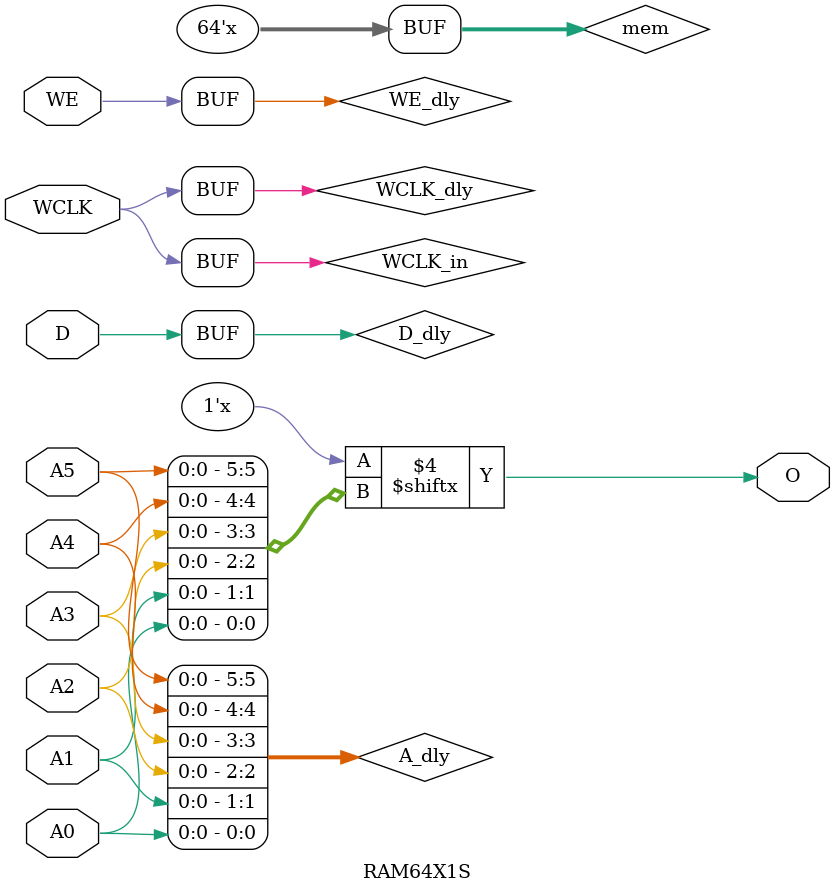
<source format=v>

`timescale  1 ps / 1 ps

`celldefine

module RAM64X1S #(
`ifdef XIL_TIMING
    parameter LOC = "UNPLACED",
`endif
    parameter [63:0] INIT = 64'h0000000000000000,
    parameter [0:0] IS_WCLK_INVERTED = 1'b0
)(
    output O,
    input  A0, 
    input  A1, 
    input  A2, 
    input  A3, 
    input  A4, 
    input  A5, 
    input  D, 
    input  WCLK, 
    input  WE
);

    reg  [63:0] mem;
    wire [5:0] A_dly;

    reg notifier;
    wire D_dly, WCLK_dly, WE_dly;
    wire WCLK_in;
    
    assign O = mem[A_dly];

    initial 
        mem = INIT;

    always @(posedge WCLK_in) 
        if (WE_dly == 1'b1)
            mem[A_dly] <= #100 D_dly;
    
    always @(notifier)
        mem[A_dly] <= 1'bx;

`ifndef XIL_TIMING
    assign A_dly[0] = A0;
    assign A_dly[1] = A1;
    assign A_dly[2] = A2;
    assign A_dly[3] = A3;
    assign A_dly[4] = A4;
    assign A_dly[5] = A5;
    assign D_dly = D;
    assign WCLK_dly = WCLK;
    assign WE_dly = WE;
`endif
    
    assign WCLK_in = IS_WCLK_INVERTED ^ WCLK_dly;

`ifdef XIL_TIMING
    specify
    (WCLK => O) = (0:0:0, 0:0:0);
    (A0 => O) = (0:0:0, 0:0:0);
    (A1 => O) = (0:0:0, 0:0:0);
    (A2 => O) = (0:0:0, 0:0:0);
    (A3 => O) = (0:0:0, 0:0:0);
    (A4 => O) = (0:0:0, 0:0:0);
    (A5 => O) = (0:0:0, 0:0:0);

    $setuphold (posedge WCLK, posedge D &&& WE, 0:0:0, 0:0:0, notifier,,,WCLK_dly,D_dly);
    $setuphold (posedge WCLK, negedge D &&& WE, 0:0:0, 0:0:0, notifier,,,WCLK_dly,D_dly);
    $setuphold (posedge WCLK, posedge A0 &&& WE, 0:0:0, 0:0:0, notifier,,,WCLK_dly,A_dly[0]);
    $setuphold (posedge WCLK, negedge A0 &&& WE, 0:0:0, 0:0:0, notifier,,,WCLK_dly,A_dly[0]);
    $setuphold (posedge WCLK, posedge A1 &&& WE, 0:0:0, 0:0:0, notifier,,,WCLK_dly,A_dly[1]);
    $setuphold (posedge WCLK, negedge A1 &&& WE, 0:0:0, 0:0:0, notifier,,,WCLK_dly,A_dly[1]);
    $setuphold (posedge WCLK, posedge A2 &&& WE, 0:0:0, 0:0:0, notifier,,,WCLK_dly,A_dly[2]);
    $setuphold (posedge WCLK, negedge A2 &&& WE, 0:0:0, 0:0:0, notifier,,,WCLK_dly,A_dly[2]);
    $setuphold (posedge WCLK, posedge A3 &&& WE, 0:0:0, 0:0:0, notifier,,,WCLK_dly,A_dly[3]);
    $setuphold (posedge WCLK, negedge A3 &&& WE, 0:0:0, 0:0:0, notifier,,,WCLK_dly,A_dly[3]);
    $setuphold (posedge WCLK, posedge A4 &&& WE, 0:0:0, 0:0:0, notifier,,,WCLK_dly,A_dly[4]);
    $setuphold (posedge WCLK, negedge A4 &&& WE, 0:0:0, 0:0:0, notifier,,,WCLK_dly,A_dly[4]);
    $setuphold (posedge WCLK, posedge A5 &&& WE, 0:0:0, 0:0:0, notifier,,,WCLK_dly,A_dly[5]);
    $setuphold (posedge WCLK, negedge A5 &&& WE, 0:0:0, 0:0:0, notifier,,,WCLK_dly,A_dly[5]);
    $setuphold (posedge WCLK, posedge WE, 0:0:0, 0:0:0, notifier,,,WCLK_dly,WE_dly);
    $setuphold (posedge WCLK, negedge WE, 0:0:0, 0:0:0, notifier,,,WCLK_dly,WE_dly);
    $period (posedge WCLK &&& WE, 0:0:0, notifier);

    $setuphold (negedge WCLK, posedge D &&& WE, 0:0:0, 0:0:0, notifier,,,WCLK_dly,D_dly);
    $setuphold (negedge WCLK, negedge D &&& WE, 0:0:0, 0:0:0, notifier,,,WCLK_dly,D_dly);
    $setuphold (negedge WCLK, posedge A0 &&& WE, 0:0:0, 0:0:0, notifier,,,WCLK_dly,A_dly[0]);
    $setuphold (negedge WCLK, negedge A0 &&& WE, 0:0:0, 0:0:0, notifier,,,WCLK_dly,A_dly[0]);
    $setuphold (negedge WCLK, posedge A1 &&& WE, 0:0:0, 0:0:0, notifier,,,WCLK_dly,A_dly[1]);
    $setuphold (negedge WCLK, negedge A1 &&& WE, 0:0:0, 0:0:0, notifier,,,WCLK_dly,A_dly[1]);
    $setuphold (negedge WCLK, posedge A2 &&& WE, 0:0:0, 0:0:0, notifier,,,WCLK_dly,A_dly[2]);
    $setuphold (negedge WCLK, negedge A2 &&& WE, 0:0:0, 0:0:0, notifier,,,WCLK_dly,A_dly[2]);
    $setuphold (negedge WCLK, posedge A3 &&& WE, 0:0:0, 0:0:0, notifier,,,WCLK_dly,A_dly[3]);
    $setuphold (negedge WCLK, negedge A3 &&& WE, 0:0:0, 0:0:0, notifier,,,WCLK_dly,A_dly[3]);
    $setuphold (negedge WCLK, posedge A4 &&& WE, 0:0:0, 0:0:0, notifier,,,WCLK_dly,A_dly[4]);
    $setuphold (negedge WCLK, negedge A4 &&& WE, 0:0:0, 0:0:0, notifier,,,WCLK_dly,A_dly[4]);
    $setuphold (negedge WCLK, posedge A5 &&& WE, 0:0:0, 0:0:0, notifier,,,WCLK_dly,A_dly[5]);
    $setuphold (negedge WCLK, negedge A5 &&& WE, 0:0:0, 0:0:0, notifier,,,WCLK_dly,A_dly[5]);
    $setuphold (negedge WCLK, posedge WE, 0:0:0, 0:0:0, notifier,,,WCLK_dly,WE_dly);
    $setuphold (negedge WCLK, negedge WE, 0:0:0, 0:0:0, notifier,,,WCLK_dly,WE_dly);
    $period (negedge WCLK &&& WE, 0:0:0, notifier);

    specparam PATHPULSE$ = 0;

  endspecify
`endif
    
endmodule

`endcelldefine


</source>
